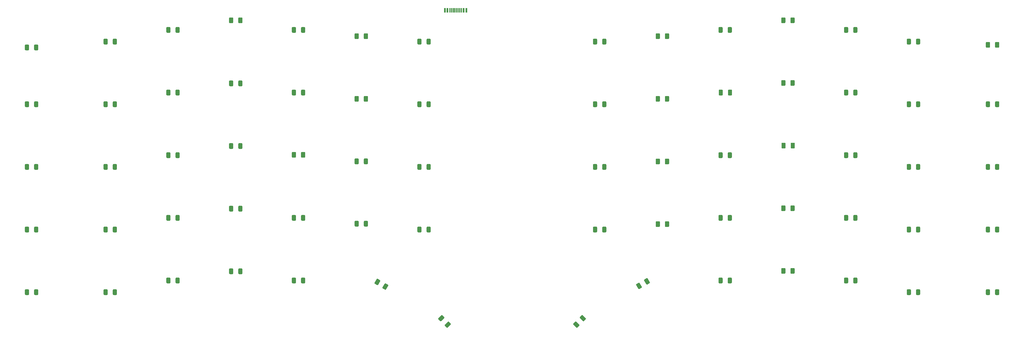
<source format=gbr>
%TF.GenerationSoftware,KiCad,Pcbnew,(5.1.10)-1*%
%TF.CreationDate,2021-09-02T18:22:41+02:00*%
%TF.ProjectId,T1,54312e6b-6963-4616-945f-706362585858,1.1*%
%TF.SameCoordinates,Original*%
%TF.FileFunction,Paste,Top*%
%TF.FilePolarity,Positive*%
%FSLAX46Y46*%
G04 Gerber Fmt 4.6, Leading zero omitted, Abs format (unit mm)*
G04 Created by KiCad (PCBNEW (5.1.10)-1) date 2021-09-02 18:22:41*
%MOMM*%
%LPD*%
G01*
G04 APERTURE LIST*
%ADD10R,0.600000X1.450000*%
%ADD11R,0.300000X1.450000*%
G04 APERTURE END LIST*
%TO.C,D68*%
G36*
G01*
X294754000Y-85131750D02*
X294754000Y-86381750D01*
G75*
G02*
X294504000Y-86631750I-250000J0D01*
G01*
X293754000Y-86631750D01*
G75*
G02*
X293504000Y-86381750I0J250000D01*
G01*
X293504000Y-85131750D01*
G75*
G02*
X293754000Y-84881750I250000J0D01*
G01*
X294504000Y-84881750D01*
G75*
G02*
X294754000Y-85131750I0J-250000D01*
G01*
G37*
G36*
G01*
X297554000Y-85131750D02*
X297554000Y-86381750D01*
G75*
G02*
X297304000Y-86631750I-250000J0D01*
G01*
X296554000Y-86631750D01*
G75*
G02*
X296304000Y-86381750I0J250000D01*
G01*
X296304000Y-85131750D01*
G75*
G02*
X296554000Y-84881750I250000J0D01*
G01*
X297304000Y-84881750D01*
G75*
G02*
X297554000Y-85131750I0J-250000D01*
G01*
G37*
%TD*%
%TO.C,D60*%
G36*
G01*
X251698000Y-119675750D02*
X251698000Y-120925750D01*
G75*
G02*
X251448000Y-121175750I-250000J0D01*
G01*
X250698000Y-121175750D01*
G75*
G02*
X250448000Y-120925750I0J250000D01*
G01*
X250448000Y-119675750D01*
G75*
G02*
X250698000Y-119425750I250000J0D01*
G01*
X251448000Y-119425750D01*
G75*
G02*
X251698000Y-119675750I0J-250000D01*
G01*
G37*
G36*
G01*
X254498000Y-119675750D02*
X254498000Y-120925750D01*
G75*
G02*
X254248000Y-121175750I-250000J0D01*
G01*
X253498000Y-121175750D01*
G75*
G02*
X253248000Y-120925750I0J250000D01*
G01*
X253248000Y-119675750D01*
G75*
G02*
X253498000Y-119425750I250000J0D01*
G01*
X254248000Y-119425750D01*
G75*
G02*
X254498000Y-119675750I0J-250000D01*
G01*
G37*
%TD*%
%TO.C,D45*%
G36*
G01*
X188430894Y-121100984D02*
X189055894Y-122183516D01*
G75*
G02*
X188964388Y-122525022I-216506J-125000D01*
G01*
X188314868Y-122900022D01*
G75*
G02*
X187973362Y-122808516I-125000J216506D01*
G01*
X187348362Y-121725984D01*
G75*
G02*
X187439868Y-121384478I216506J125000D01*
G01*
X188089388Y-121009478D01*
G75*
G02*
X188430894Y-121100984I125000J-216506D01*
G01*
G37*
G36*
G01*
X190855766Y-119700984D02*
X191480766Y-120783516D01*
G75*
G02*
X191389260Y-121125022I-216506J-125000D01*
G01*
X190739740Y-121500022D01*
G75*
G02*
X190398234Y-121408516I-125000J216506D01*
G01*
X189773234Y-120325984D01*
G75*
G02*
X189864740Y-119984478I216506J125000D01*
G01*
X190514260Y-119609478D01*
G75*
G02*
X190855766Y-119700984I125000J-216506D01*
G01*
G37*
%TD*%
D10*
%TO.C,J1*%
X129306250Y-38176250D03*
X130106250Y-38176250D03*
X135006250Y-38176250D03*
X135806250Y-38176250D03*
X135806250Y-38176250D03*
X135006250Y-38176250D03*
X130106250Y-38176250D03*
X129306250Y-38176250D03*
D11*
X134306250Y-38176250D03*
X133806250Y-38176250D03*
X133306250Y-38176250D03*
X132306250Y-38176250D03*
X131806250Y-38176250D03*
X131306250Y-38176250D03*
X130806250Y-38176250D03*
X132806250Y-38176250D03*
%TD*%
%TO.C,D70*%
G36*
G01*
X294754000Y-123231750D02*
X294754000Y-124481750D01*
G75*
G02*
X294504000Y-124731750I-250000J0D01*
G01*
X293754000Y-124731750D01*
G75*
G02*
X293504000Y-124481750I0J250000D01*
G01*
X293504000Y-123231750D01*
G75*
G02*
X293754000Y-122981750I250000J0D01*
G01*
X294504000Y-122981750D01*
G75*
G02*
X294754000Y-123231750I0J-250000D01*
G01*
G37*
G36*
G01*
X297554000Y-123231750D02*
X297554000Y-124481750D01*
G75*
G02*
X297304000Y-124731750I-250000J0D01*
G01*
X296554000Y-124731750D01*
G75*
G02*
X296304000Y-124481750I0J250000D01*
G01*
X296304000Y-123231750D01*
G75*
G02*
X296554000Y-122981750I250000J0D01*
G01*
X297304000Y-122981750D01*
G75*
G02*
X297554000Y-123231750I0J-250000D01*
G01*
G37*
%TD*%
%TO.C,D69*%
G36*
G01*
X294754000Y-104181750D02*
X294754000Y-105431750D01*
G75*
G02*
X294504000Y-105681750I-250000J0D01*
G01*
X293754000Y-105681750D01*
G75*
G02*
X293504000Y-105431750I0J250000D01*
G01*
X293504000Y-104181750D01*
G75*
G02*
X293754000Y-103931750I250000J0D01*
G01*
X294504000Y-103931750D01*
G75*
G02*
X294754000Y-104181750I0J-250000D01*
G01*
G37*
G36*
G01*
X297554000Y-104181750D02*
X297554000Y-105431750D01*
G75*
G02*
X297304000Y-105681750I-250000J0D01*
G01*
X296554000Y-105681750D01*
G75*
G02*
X296304000Y-105431750I0J250000D01*
G01*
X296304000Y-104181750D01*
G75*
G02*
X296554000Y-103931750I250000J0D01*
G01*
X297304000Y-103931750D01*
G75*
G02*
X297554000Y-104181750I0J-250000D01*
G01*
G37*
%TD*%
%TO.C,D67*%
G36*
G01*
X294754000Y-66081750D02*
X294754000Y-67331750D01*
G75*
G02*
X294504000Y-67581750I-250000J0D01*
G01*
X293754000Y-67581750D01*
G75*
G02*
X293504000Y-67331750I0J250000D01*
G01*
X293504000Y-66081750D01*
G75*
G02*
X293754000Y-65831750I250000J0D01*
G01*
X294504000Y-65831750D01*
G75*
G02*
X294754000Y-66081750I0J-250000D01*
G01*
G37*
G36*
G01*
X297554000Y-66081750D02*
X297554000Y-67331750D01*
G75*
G02*
X297304000Y-67581750I-250000J0D01*
G01*
X296554000Y-67581750D01*
G75*
G02*
X296304000Y-67331750I0J250000D01*
G01*
X296304000Y-66081750D01*
G75*
G02*
X296554000Y-65831750I250000J0D01*
G01*
X297304000Y-65831750D01*
G75*
G02*
X297554000Y-66081750I0J-250000D01*
G01*
G37*
%TD*%
%TO.C,D66*%
G36*
G01*
X294754000Y-48016000D02*
X294754000Y-49266000D01*
G75*
G02*
X294504000Y-49516000I-250000J0D01*
G01*
X293754000Y-49516000D01*
G75*
G02*
X293504000Y-49266000I0J250000D01*
G01*
X293504000Y-48016000D01*
G75*
G02*
X293754000Y-47766000I250000J0D01*
G01*
X294504000Y-47766000D01*
G75*
G02*
X294754000Y-48016000I0J-250000D01*
G01*
G37*
G36*
G01*
X297554000Y-48016000D02*
X297554000Y-49266000D01*
G75*
G02*
X297304000Y-49516000I-250000J0D01*
G01*
X296554000Y-49516000D01*
G75*
G02*
X296304000Y-49266000I0J250000D01*
G01*
X296304000Y-48016000D01*
G75*
G02*
X296554000Y-47766000I250000J0D01*
G01*
X297304000Y-47766000D01*
G75*
G02*
X297554000Y-48016000I0J-250000D01*
G01*
G37*
%TD*%
%TO.C,D65*%
G36*
G01*
X270751000Y-123231750D02*
X270751000Y-124481750D01*
G75*
G02*
X270501000Y-124731750I-250000J0D01*
G01*
X269751000Y-124731750D01*
G75*
G02*
X269501000Y-124481750I0J250000D01*
G01*
X269501000Y-123231750D01*
G75*
G02*
X269751000Y-122981750I250000J0D01*
G01*
X270501000Y-122981750D01*
G75*
G02*
X270751000Y-123231750I0J-250000D01*
G01*
G37*
G36*
G01*
X273551000Y-123231750D02*
X273551000Y-124481750D01*
G75*
G02*
X273301000Y-124731750I-250000J0D01*
G01*
X272551000Y-124731750D01*
G75*
G02*
X272301000Y-124481750I0J250000D01*
G01*
X272301000Y-123231750D01*
G75*
G02*
X272551000Y-122981750I250000J0D01*
G01*
X273301000Y-122981750D01*
G75*
G02*
X273551000Y-123231750I0J-250000D01*
G01*
G37*
%TD*%
%TO.C,D64*%
G36*
G01*
X270751000Y-104181750D02*
X270751000Y-105431750D01*
G75*
G02*
X270501000Y-105681750I-250000J0D01*
G01*
X269751000Y-105681750D01*
G75*
G02*
X269501000Y-105431750I0J250000D01*
G01*
X269501000Y-104181750D01*
G75*
G02*
X269751000Y-103931750I250000J0D01*
G01*
X270501000Y-103931750D01*
G75*
G02*
X270751000Y-104181750I0J-250000D01*
G01*
G37*
G36*
G01*
X273551000Y-104181750D02*
X273551000Y-105431750D01*
G75*
G02*
X273301000Y-105681750I-250000J0D01*
G01*
X272551000Y-105681750D01*
G75*
G02*
X272301000Y-105431750I0J250000D01*
G01*
X272301000Y-104181750D01*
G75*
G02*
X272551000Y-103931750I250000J0D01*
G01*
X273301000Y-103931750D01*
G75*
G02*
X273551000Y-104181750I0J-250000D01*
G01*
G37*
%TD*%
%TO.C,D63*%
G36*
G01*
X270748000Y-85131750D02*
X270748000Y-86381750D01*
G75*
G02*
X270498000Y-86631750I-250000J0D01*
G01*
X269748000Y-86631750D01*
G75*
G02*
X269498000Y-86381750I0J250000D01*
G01*
X269498000Y-85131750D01*
G75*
G02*
X269748000Y-84881750I250000J0D01*
G01*
X270498000Y-84881750D01*
G75*
G02*
X270748000Y-85131750I0J-250000D01*
G01*
G37*
G36*
G01*
X273548000Y-85131750D02*
X273548000Y-86381750D01*
G75*
G02*
X273298000Y-86631750I-250000J0D01*
G01*
X272548000Y-86631750D01*
G75*
G02*
X272298000Y-86381750I0J250000D01*
G01*
X272298000Y-85131750D01*
G75*
G02*
X272548000Y-84881750I250000J0D01*
G01*
X273298000Y-84881750D01*
G75*
G02*
X273548000Y-85131750I0J-250000D01*
G01*
G37*
%TD*%
%TO.C,D62*%
G36*
G01*
X270751000Y-66081750D02*
X270751000Y-67331750D01*
G75*
G02*
X270501000Y-67581750I-250000J0D01*
G01*
X269751000Y-67581750D01*
G75*
G02*
X269501000Y-67331750I0J250000D01*
G01*
X269501000Y-66081750D01*
G75*
G02*
X269751000Y-65831750I250000J0D01*
G01*
X270501000Y-65831750D01*
G75*
G02*
X270751000Y-66081750I0J-250000D01*
G01*
G37*
G36*
G01*
X273551000Y-66081750D02*
X273551000Y-67331750D01*
G75*
G02*
X273301000Y-67581750I-250000J0D01*
G01*
X272551000Y-67581750D01*
G75*
G02*
X272301000Y-67331750I0J250000D01*
G01*
X272301000Y-66081750D01*
G75*
G02*
X272551000Y-65831750I250000J0D01*
G01*
X273301000Y-65831750D01*
G75*
G02*
X273551000Y-66081750I0J-250000D01*
G01*
G37*
%TD*%
%TO.C,D61*%
G36*
G01*
X270751000Y-47031750D02*
X270751000Y-48281750D01*
G75*
G02*
X270501000Y-48531750I-250000J0D01*
G01*
X269751000Y-48531750D01*
G75*
G02*
X269501000Y-48281750I0J250000D01*
G01*
X269501000Y-47031750D01*
G75*
G02*
X269751000Y-46781750I250000J0D01*
G01*
X270501000Y-46781750D01*
G75*
G02*
X270751000Y-47031750I0J-250000D01*
G01*
G37*
G36*
G01*
X273551000Y-47031750D02*
X273551000Y-48281750D01*
G75*
G02*
X273301000Y-48531750I-250000J0D01*
G01*
X272551000Y-48531750D01*
G75*
G02*
X272301000Y-48281750I0J250000D01*
G01*
X272301000Y-47031750D01*
G75*
G02*
X272551000Y-46781750I250000J0D01*
G01*
X273301000Y-46781750D01*
G75*
G02*
X273551000Y-47031750I0J-250000D01*
G01*
G37*
%TD*%
%TO.C,D59*%
G36*
G01*
X251701000Y-100625750D02*
X251701000Y-101875750D01*
G75*
G02*
X251451000Y-102125750I-250000J0D01*
G01*
X250701000Y-102125750D01*
G75*
G02*
X250451000Y-101875750I0J250000D01*
G01*
X250451000Y-100625750D01*
G75*
G02*
X250701000Y-100375750I250000J0D01*
G01*
X251451000Y-100375750D01*
G75*
G02*
X251701000Y-100625750I0J-250000D01*
G01*
G37*
G36*
G01*
X254501000Y-100625750D02*
X254501000Y-101875750D01*
G75*
G02*
X254251000Y-102125750I-250000J0D01*
G01*
X253501000Y-102125750D01*
G75*
G02*
X253251000Y-101875750I0J250000D01*
G01*
X253251000Y-100625750D01*
G75*
G02*
X253501000Y-100375750I250000J0D01*
G01*
X254251000Y-100375750D01*
G75*
G02*
X254501000Y-100625750I0J-250000D01*
G01*
G37*
%TD*%
%TO.C,D58*%
G36*
G01*
X251701000Y-81575750D02*
X251701000Y-82825750D01*
G75*
G02*
X251451000Y-83075750I-250000J0D01*
G01*
X250701000Y-83075750D01*
G75*
G02*
X250451000Y-82825750I0J250000D01*
G01*
X250451000Y-81575750D01*
G75*
G02*
X250701000Y-81325750I250000J0D01*
G01*
X251451000Y-81325750D01*
G75*
G02*
X251701000Y-81575750I0J-250000D01*
G01*
G37*
G36*
G01*
X254501000Y-81575750D02*
X254501000Y-82825750D01*
G75*
G02*
X254251000Y-83075750I-250000J0D01*
G01*
X253501000Y-83075750D01*
G75*
G02*
X253251000Y-82825750I0J250000D01*
G01*
X253251000Y-81575750D01*
G75*
G02*
X253501000Y-81325750I250000J0D01*
G01*
X254251000Y-81325750D01*
G75*
G02*
X254501000Y-81575750I0J-250000D01*
G01*
G37*
%TD*%
%TO.C,D57*%
G36*
G01*
X251701000Y-62525750D02*
X251701000Y-63775750D01*
G75*
G02*
X251451000Y-64025750I-250000J0D01*
G01*
X250701000Y-64025750D01*
G75*
G02*
X250451000Y-63775750I0J250000D01*
G01*
X250451000Y-62525750D01*
G75*
G02*
X250701000Y-62275750I250000J0D01*
G01*
X251451000Y-62275750D01*
G75*
G02*
X251701000Y-62525750I0J-250000D01*
G01*
G37*
G36*
G01*
X254501000Y-62525750D02*
X254501000Y-63775750D01*
G75*
G02*
X254251000Y-64025750I-250000J0D01*
G01*
X253501000Y-64025750D01*
G75*
G02*
X253251000Y-63775750I0J250000D01*
G01*
X253251000Y-62525750D01*
G75*
G02*
X253501000Y-62275750I250000J0D01*
G01*
X254251000Y-62275750D01*
G75*
G02*
X254501000Y-62525750I0J-250000D01*
G01*
G37*
%TD*%
%TO.C,D56*%
G36*
G01*
X251701000Y-43475750D02*
X251701000Y-44725750D01*
G75*
G02*
X251451000Y-44975750I-250000J0D01*
G01*
X250701000Y-44975750D01*
G75*
G02*
X250451000Y-44725750I0J250000D01*
G01*
X250451000Y-43475750D01*
G75*
G02*
X250701000Y-43225750I250000J0D01*
G01*
X251451000Y-43225750D01*
G75*
G02*
X251701000Y-43475750I0J-250000D01*
G01*
G37*
G36*
G01*
X254501000Y-43475750D02*
X254501000Y-44725750D01*
G75*
G02*
X254251000Y-44975750I-250000J0D01*
G01*
X253501000Y-44975750D01*
G75*
G02*
X253251000Y-44725750I0J250000D01*
G01*
X253251000Y-43475750D01*
G75*
G02*
X253501000Y-43225750I250000J0D01*
G01*
X254251000Y-43225750D01*
G75*
G02*
X254501000Y-43475750I0J-250000D01*
G01*
G37*
%TD*%
%TO.C,D55*%
G36*
G01*
X232651000Y-116754750D02*
X232651000Y-118004750D01*
G75*
G02*
X232401000Y-118254750I-250000J0D01*
G01*
X231651000Y-118254750D01*
G75*
G02*
X231401000Y-118004750I0J250000D01*
G01*
X231401000Y-116754750D01*
G75*
G02*
X231651000Y-116504750I250000J0D01*
G01*
X232401000Y-116504750D01*
G75*
G02*
X232651000Y-116754750I0J-250000D01*
G01*
G37*
G36*
G01*
X235451000Y-116754750D02*
X235451000Y-118004750D01*
G75*
G02*
X235201000Y-118254750I-250000J0D01*
G01*
X234451000Y-118254750D01*
G75*
G02*
X234201000Y-118004750I0J250000D01*
G01*
X234201000Y-116754750D01*
G75*
G02*
X234451000Y-116504750I250000J0D01*
G01*
X235201000Y-116504750D01*
G75*
G02*
X235451000Y-116754750I0J-250000D01*
G01*
G37*
%TD*%
%TO.C,D54*%
G36*
G01*
X232651000Y-97704750D02*
X232651000Y-98954750D01*
G75*
G02*
X232401000Y-99204750I-250000J0D01*
G01*
X231651000Y-99204750D01*
G75*
G02*
X231401000Y-98954750I0J250000D01*
G01*
X231401000Y-97704750D01*
G75*
G02*
X231651000Y-97454750I250000J0D01*
G01*
X232401000Y-97454750D01*
G75*
G02*
X232651000Y-97704750I0J-250000D01*
G01*
G37*
G36*
G01*
X235451000Y-97704750D02*
X235451000Y-98954750D01*
G75*
G02*
X235201000Y-99204750I-250000J0D01*
G01*
X234451000Y-99204750D01*
G75*
G02*
X234201000Y-98954750I0J250000D01*
G01*
X234201000Y-97704750D01*
G75*
G02*
X234451000Y-97454750I250000J0D01*
G01*
X235201000Y-97454750D01*
G75*
G02*
X235451000Y-97704750I0J-250000D01*
G01*
G37*
%TD*%
%TO.C,D53*%
G36*
G01*
X232711500Y-78654750D02*
X232711500Y-79904750D01*
G75*
G02*
X232461500Y-80154750I-250000J0D01*
G01*
X231711500Y-80154750D01*
G75*
G02*
X231461500Y-79904750I0J250000D01*
G01*
X231461500Y-78654750D01*
G75*
G02*
X231711500Y-78404750I250000J0D01*
G01*
X232461500Y-78404750D01*
G75*
G02*
X232711500Y-78654750I0J-250000D01*
G01*
G37*
G36*
G01*
X235511500Y-78654750D02*
X235511500Y-79904750D01*
G75*
G02*
X235261500Y-80154750I-250000J0D01*
G01*
X234511500Y-80154750D01*
G75*
G02*
X234261500Y-79904750I0J250000D01*
G01*
X234261500Y-78654750D01*
G75*
G02*
X234511500Y-78404750I250000J0D01*
G01*
X235261500Y-78404750D01*
G75*
G02*
X235511500Y-78654750I0J-250000D01*
G01*
G37*
%TD*%
%TO.C,D52*%
G36*
G01*
X232651000Y-59604750D02*
X232651000Y-60854750D01*
G75*
G02*
X232401000Y-61104750I-250000J0D01*
G01*
X231651000Y-61104750D01*
G75*
G02*
X231401000Y-60854750I0J250000D01*
G01*
X231401000Y-59604750D01*
G75*
G02*
X231651000Y-59354750I250000J0D01*
G01*
X232401000Y-59354750D01*
G75*
G02*
X232651000Y-59604750I0J-250000D01*
G01*
G37*
G36*
G01*
X235451000Y-59604750D02*
X235451000Y-60854750D01*
G75*
G02*
X235201000Y-61104750I-250000J0D01*
G01*
X234451000Y-61104750D01*
G75*
G02*
X234201000Y-60854750I0J250000D01*
G01*
X234201000Y-59604750D01*
G75*
G02*
X234451000Y-59354750I250000J0D01*
G01*
X235201000Y-59354750D01*
G75*
G02*
X235451000Y-59604750I0J-250000D01*
G01*
G37*
%TD*%
%TO.C,D51*%
G36*
G01*
X232648000Y-40554750D02*
X232648000Y-41804750D01*
G75*
G02*
X232398000Y-42054750I-250000J0D01*
G01*
X231648000Y-42054750D01*
G75*
G02*
X231398000Y-41804750I0J250000D01*
G01*
X231398000Y-40554750D01*
G75*
G02*
X231648000Y-40304750I250000J0D01*
G01*
X232398000Y-40304750D01*
G75*
G02*
X232648000Y-40554750I0J-250000D01*
G01*
G37*
G36*
G01*
X235448000Y-40554750D02*
X235448000Y-41804750D01*
G75*
G02*
X235198000Y-42054750I-250000J0D01*
G01*
X234448000Y-42054750D01*
G75*
G02*
X234198000Y-41804750I0J250000D01*
G01*
X234198000Y-40554750D01*
G75*
G02*
X234448000Y-40304750I250000J0D01*
G01*
X235198000Y-40304750D01*
G75*
G02*
X235448000Y-40554750I0J-250000D01*
G01*
G37*
%TD*%
%TO.C,D50*%
G36*
G01*
X213601000Y-119675750D02*
X213601000Y-120925750D01*
G75*
G02*
X213351000Y-121175750I-250000J0D01*
G01*
X212601000Y-121175750D01*
G75*
G02*
X212351000Y-120925750I0J250000D01*
G01*
X212351000Y-119675750D01*
G75*
G02*
X212601000Y-119425750I250000J0D01*
G01*
X213351000Y-119425750D01*
G75*
G02*
X213601000Y-119675750I0J-250000D01*
G01*
G37*
G36*
G01*
X216401000Y-119675750D02*
X216401000Y-120925750D01*
G75*
G02*
X216151000Y-121175750I-250000J0D01*
G01*
X215401000Y-121175750D01*
G75*
G02*
X215151000Y-120925750I0J250000D01*
G01*
X215151000Y-119675750D01*
G75*
G02*
X215401000Y-119425750I250000J0D01*
G01*
X216151000Y-119425750D01*
G75*
G02*
X216401000Y-119675750I0J-250000D01*
G01*
G37*
%TD*%
%TO.C,D49*%
G36*
G01*
X213601000Y-100625750D02*
X213601000Y-101875750D01*
G75*
G02*
X213351000Y-102125750I-250000J0D01*
G01*
X212601000Y-102125750D01*
G75*
G02*
X212351000Y-101875750I0J250000D01*
G01*
X212351000Y-100625750D01*
G75*
G02*
X212601000Y-100375750I250000J0D01*
G01*
X213351000Y-100375750D01*
G75*
G02*
X213601000Y-100625750I0J-250000D01*
G01*
G37*
G36*
G01*
X216401000Y-100625750D02*
X216401000Y-101875750D01*
G75*
G02*
X216151000Y-102125750I-250000J0D01*
G01*
X215401000Y-102125750D01*
G75*
G02*
X215151000Y-101875750I0J250000D01*
G01*
X215151000Y-100625750D01*
G75*
G02*
X215401000Y-100375750I250000J0D01*
G01*
X216151000Y-100375750D01*
G75*
G02*
X216401000Y-100625750I0J-250000D01*
G01*
G37*
%TD*%
%TO.C,D48*%
G36*
G01*
X213601000Y-81575750D02*
X213601000Y-82825750D01*
G75*
G02*
X213351000Y-83075750I-250000J0D01*
G01*
X212601000Y-83075750D01*
G75*
G02*
X212351000Y-82825750I0J250000D01*
G01*
X212351000Y-81575750D01*
G75*
G02*
X212601000Y-81325750I250000J0D01*
G01*
X213351000Y-81325750D01*
G75*
G02*
X213601000Y-81575750I0J-250000D01*
G01*
G37*
G36*
G01*
X216401000Y-81575750D02*
X216401000Y-82825750D01*
G75*
G02*
X216151000Y-83075750I-250000J0D01*
G01*
X215401000Y-83075750D01*
G75*
G02*
X215151000Y-82825750I0J250000D01*
G01*
X215151000Y-81575750D01*
G75*
G02*
X215401000Y-81325750I250000J0D01*
G01*
X216151000Y-81325750D01*
G75*
G02*
X216401000Y-81575750I0J-250000D01*
G01*
G37*
%TD*%
%TO.C,D47*%
G36*
G01*
X213664500Y-62525750D02*
X213664500Y-63775750D01*
G75*
G02*
X213414500Y-64025750I-250000J0D01*
G01*
X212664500Y-64025750D01*
G75*
G02*
X212414500Y-63775750I0J250000D01*
G01*
X212414500Y-62525750D01*
G75*
G02*
X212664500Y-62275750I250000J0D01*
G01*
X213414500Y-62275750D01*
G75*
G02*
X213664500Y-62525750I0J-250000D01*
G01*
G37*
G36*
G01*
X216464500Y-62525750D02*
X216464500Y-63775750D01*
G75*
G02*
X216214500Y-64025750I-250000J0D01*
G01*
X215464500Y-64025750D01*
G75*
G02*
X215214500Y-63775750I0J250000D01*
G01*
X215214500Y-62525750D01*
G75*
G02*
X215464500Y-62275750I250000J0D01*
G01*
X216214500Y-62275750D01*
G75*
G02*
X216464500Y-62525750I0J-250000D01*
G01*
G37*
%TD*%
%TO.C,D46*%
G36*
G01*
X213601000Y-43475750D02*
X213601000Y-44725750D01*
G75*
G02*
X213351000Y-44975750I-250000J0D01*
G01*
X212601000Y-44975750D01*
G75*
G02*
X212351000Y-44725750I0J250000D01*
G01*
X212351000Y-43475750D01*
G75*
G02*
X212601000Y-43225750I250000J0D01*
G01*
X213351000Y-43225750D01*
G75*
G02*
X213601000Y-43475750I0J-250000D01*
G01*
G37*
G36*
G01*
X216401000Y-43475750D02*
X216401000Y-44725750D01*
G75*
G02*
X216151000Y-44975750I-250000J0D01*
G01*
X215401000Y-44975750D01*
G75*
G02*
X215151000Y-44725750I0J250000D01*
G01*
X215151000Y-43475750D01*
G75*
G02*
X215401000Y-43225750I250000J0D01*
G01*
X216151000Y-43225750D01*
G75*
G02*
X216401000Y-43475750I0J-250000D01*
G01*
G37*
%TD*%
%TO.C,D44*%
G36*
G01*
X194551000Y-102530750D02*
X194551000Y-103780750D01*
G75*
G02*
X194301000Y-104030750I-250000J0D01*
G01*
X193551000Y-104030750D01*
G75*
G02*
X193301000Y-103780750I0J250000D01*
G01*
X193301000Y-102530750D01*
G75*
G02*
X193551000Y-102280750I250000J0D01*
G01*
X194301000Y-102280750D01*
G75*
G02*
X194551000Y-102530750I0J-250000D01*
G01*
G37*
G36*
G01*
X197351000Y-102530750D02*
X197351000Y-103780750D01*
G75*
G02*
X197101000Y-104030750I-250000J0D01*
G01*
X196351000Y-104030750D01*
G75*
G02*
X196101000Y-103780750I0J250000D01*
G01*
X196101000Y-102530750D01*
G75*
G02*
X196351000Y-102280750I250000J0D01*
G01*
X197101000Y-102280750D01*
G75*
G02*
X197351000Y-102530750I0J-250000D01*
G01*
G37*
%TD*%
%TO.C,D43*%
G36*
G01*
X194551000Y-83480750D02*
X194551000Y-84730750D01*
G75*
G02*
X194301000Y-84980750I-250000J0D01*
G01*
X193551000Y-84980750D01*
G75*
G02*
X193301000Y-84730750I0J250000D01*
G01*
X193301000Y-83480750D01*
G75*
G02*
X193551000Y-83230750I250000J0D01*
G01*
X194301000Y-83230750D01*
G75*
G02*
X194551000Y-83480750I0J-250000D01*
G01*
G37*
G36*
G01*
X197351000Y-83480750D02*
X197351000Y-84730750D01*
G75*
G02*
X197101000Y-84980750I-250000J0D01*
G01*
X196351000Y-84980750D01*
G75*
G02*
X196101000Y-84730750I0J250000D01*
G01*
X196101000Y-83480750D01*
G75*
G02*
X196351000Y-83230750I250000J0D01*
G01*
X197101000Y-83230750D01*
G75*
G02*
X197351000Y-83480750I0J-250000D01*
G01*
G37*
%TD*%
%TO.C,D42*%
G36*
G01*
X194551000Y-64430750D02*
X194551000Y-65680750D01*
G75*
G02*
X194301000Y-65930750I-250000J0D01*
G01*
X193551000Y-65930750D01*
G75*
G02*
X193301000Y-65680750I0J250000D01*
G01*
X193301000Y-64430750D01*
G75*
G02*
X193551000Y-64180750I250000J0D01*
G01*
X194301000Y-64180750D01*
G75*
G02*
X194551000Y-64430750I0J-250000D01*
G01*
G37*
G36*
G01*
X197351000Y-64430750D02*
X197351000Y-65680750D01*
G75*
G02*
X197101000Y-65930750I-250000J0D01*
G01*
X196351000Y-65930750D01*
G75*
G02*
X196101000Y-65680750I0J250000D01*
G01*
X196101000Y-64430750D01*
G75*
G02*
X196351000Y-64180750I250000J0D01*
G01*
X197101000Y-64180750D01*
G75*
G02*
X197351000Y-64430750I0J-250000D01*
G01*
G37*
%TD*%
%TO.C,D41*%
G36*
G01*
X194551000Y-45380750D02*
X194551000Y-46630750D01*
G75*
G02*
X194301000Y-46880750I-250000J0D01*
G01*
X193551000Y-46880750D01*
G75*
G02*
X193301000Y-46630750I0J250000D01*
G01*
X193301000Y-45380750D01*
G75*
G02*
X193551000Y-45130750I250000J0D01*
G01*
X194301000Y-45130750D01*
G75*
G02*
X194551000Y-45380750I0J-250000D01*
G01*
G37*
G36*
G01*
X197351000Y-45380750D02*
X197351000Y-46630750D01*
G75*
G02*
X197101000Y-46880750I-250000J0D01*
G01*
X196351000Y-46880750D01*
G75*
G02*
X196101000Y-46630750I0J250000D01*
G01*
X196101000Y-45380750D01*
G75*
G02*
X196351000Y-45130750I250000J0D01*
G01*
X197101000Y-45130750D01*
G75*
G02*
X197351000Y-45380750I0J-250000D01*
G01*
G37*
%TD*%
%TO.C,D40*%
G36*
G01*
X169190051Y-132852815D02*
X170073935Y-133736699D01*
G75*
G02*
X170073935Y-134090253I-176777J-176777D01*
G01*
X169543605Y-134620583D01*
G75*
G02*
X169190051Y-134620583I-176777J176777D01*
G01*
X168306167Y-133736699D01*
G75*
G02*
X168306167Y-133383145I176777J176777D01*
G01*
X168836497Y-132852815D01*
G75*
G02*
X169190051Y-132852815I176777J-176777D01*
G01*
G37*
G36*
G01*
X171169949Y-130872917D02*
X172053833Y-131756801D01*
G75*
G02*
X172053833Y-132110355I-176777J-176777D01*
G01*
X171523503Y-132640685D01*
G75*
G02*
X171169949Y-132640685I-176777J176777D01*
G01*
X170286065Y-131756801D01*
G75*
G02*
X170286065Y-131403247I176777J176777D01*
G01*
X170816395Y-130872917D01*
G75*
G02*
X171169949Y-130872917I176777J-176777D01*
G01*
G37*
%TD*%
%TO.C,D39*%
G36*
G01*
X175501000Y-104181750D02*
X175501000Y-105431750D01*
G75*
G02*
X175251000Y-105681750I-250000J0D01*
G01*
X174501000Y-105681750D01*
G75*
G02*
X174251000Y-105431750I0J250000D01*
G01*
X174251000Y-104181750D01*
G75*
G02*
X174501000Y-103931750I250000J0D01*
G01*
X175251000Y-103931750D01*
G75*
G02*
X175501000Y-104181750I0J-250000D01*
G01*
G37*
G36*
G01*
X178301000Y-104181750D02*
X178301000Y-105431750D01*
G75*
G02*
X178051000Y-105681750I-250000J0D01*
G01*
X177301000Y-105681750D01*
G75*
G02*
X177051000Y-105431750I0J250000D01*
G01*
X177051000Y-104181750D01*
G75*
G02*
X177301000Y-103931750I250000J0D01*
G01*
X178051000Y-103931750D01*
G75*
G02*
X178301000Y-104181750I0J-250000D01*
G01*
G37*
%TD*%
%TO.C,D38*%
G36*
G01*
X175501000Y-85131750D02*
X175501000Y-86381750D01*
G75*
G02*
X175251000Y-86631750I-250000J0D01*
G01*
X174501000Y-86631750D01*
G75*
G02*
X174251000Y-86381750I0J250000D01*
G01*
X174251000Y-85131750D01*
G75*
G02*
X174501000Y-84881750I250000J0D01*
G01*
X175251000Y-84881750D01*
G75*
G02*
X175501000Y-85131750I0J-250000D01*
G01*
G37*
G36*
G01*
X178301000Y-85131750D02*
X178301000Y-86381750D01*
G75*
G02*
X178051000Y-86631750I-250000J0D01*
G01*
X177301000Y-86631750D01*
G75*
G02*
X177051000Y-86381750I0J250000D01*
G01*
X177051000Y-85131750D01*
G75*
G02*
X177301000Y-84881750I250000J0D01*
G01*
X178051000Y-84881750D01*
G75*
G02*
X178301000Y-85131750I0J-250000D01*
G01*
G37*
%TD*%
%TO.C,D37*%
G36*
G01*
X175501000Y-66081750D02*
X175501000Y-67331750D01*
G75*
G02*
X175251000Y-67581750I-250000J0D01*
G01*
X174501000Y-67581750D01*
G75*
G02*
X174251000Y-67331750I0J250000D01*
G01*
X174251000Y-66081750D01*
G75*
G02*
X174501000Y-65831750I250000J0D01*
G01*
X175251000Y-65831750D01*
G75*
G02*
X175501000Y-66081750I0J-250000D01*
G01*
G37*
G36*
G01*
X178301000Y-66081750D02*
X178301000Y-67331750D01*
G75*
G02*
X178051000Y-67581750I-250000J0D01*
G01*
X177301000Y-67581750D01*
G75*
G02*
X177051000Y-67331750I0J250000D01*
G01*
X177051000Y-66081750D01*
G75*
G02*
X177301000Y-65831750I250000J0D01*
G01*
X178051000Y-65831750D01*
G75*
G02*
X178301000Y-66081750I0J-250000D01*
G01*
G37*
%TD*%
%TO.C,D36*%
G36*
G01*
X175501000Y-47031750D02*
X175501000Y-48281750D01*
G75*
G02*
X175251000Y-48531750I-250000J0D01*
G01*
X174501000Y-48531750D01*
G75*
G02*
X174251000Y-48281750I0J250000D01*
G01*
X174251000Y-47031750D01*
G75*
G02*
X174501000Y-46781750I250000J0D01*
G01*
X175251000Y-46781750D01*
G75*
G02*
X175501000Y-47031750I0J-250000D01*
G01*
G37*
G36*
G01*
X178301000Y-47031750D02*
X178301000Y-48281750D01*
G75*
G02*
X178051000Y-48531750I-250000J0D01*
G01*
X177301000Y-48531750D01*
G75*
G02*
X177051000Y-48281750I0J250000D01*
G01*
X177051000Y-47031750D01*
G75*
G02*
X177301000Y-46781750I250000J0D01*
G01*
X178051000Y-46781750D01*
G75*
G02*
X178301000Y-47031750I0J-250000D01*
G01*
G37*
%TD*%
%TO.C,D35*%
G36*
G01*
X129296815Y-133736699D02*
X130180699Y-132852815D01*
G75*
G02*
X130534253Y-132852815I176777J-176777D01*
G01*
X131064583Y-133383145D01*
G75*
G02*
X131064583Y-133736699I-176777J-176777D01*
G01*
X130180699Y-134620583D01*
G75*
G02*
X129827145Y-134620583I-176777J176777D01*
G01*
X129296815Y-134090253D01*
G75*
G02*
X129296815Y-133736699I176777J176777D01*
G01*
G37*
G36*
G01*
X127316917Y-131756801D02*
X128200801Y-130872917D01*
G75*
G02*
X128554355Y-130872917I176777J-176777D01*
G01*
X129084685Y-131403247D01*
G75*
G02*
X129084685Y-131756801I-176777J-176777D01*
G01*
X128200801Y-132640685D01*
G75*
G02*
X127847247Y-132640685I-176777J176777D01*
G01*
X127316917Y-132110355D01*
G75*
G02*
X127316917Y-131756801I176777J176777D01*
G01*
G37*
%TD*%
%TO.C,D34*%
G36*
G01*
X123742750Y-105431750D02*
X123742750Y-104181750D01*
G75*
G02*
X123992750Y-103931750I250000J0D01*
G01*
X124742750Y-103931750D01*
G75*
G02*
X124992750Y-104181750I0J-250000D01*
G01*
X124992750Y-105431750D01*
G75*
G02*
X124742750Y-105681750I-250000J0D01*
G01*
X123992750Y-105681750D01*
G75*
G02*
X123742750Y-105431750I0J250000D01*
G01*
G37*
G36*
G01*
X120942750Y-105431750D02*
X120942750Y-104181750D01*
G75*
G02*
X121192750Y-103931750I250000J0D01*
G01*
X121942750Y-103931750D01*
G75*
G02*
X122192750Y-104181750I0J-250000D01*
G01*
X122192750Y-105431750D01*
G75*
G02*
X121942750Y-105681750I-250000J0D01*
G01*
X121192750Y-105681750D01*
G75*
G02*
X120942750Y-105431750I0J250000D01*
G01*
G37*
%TD*%
%TO.C,D33*%
G36*
G01*
X123742750Y-86381750D02*
X123742750Y-85131750D01*
G75*
G02*
X123992750Y-84881750I250000J0D01*
G01*
X124742750Y-84881750D01*
G75*
G02*
X124992750Y-85131750I0J-250000D01*
G01*
X124992750Y-86381750D01*
G75*
G02*
X124742750Y-86631750I-250000J0D01*
G01*
X123992750Y-86631750D01*
G75*
G02*
X123742750Y-86381750I0J250000D01*
G01*
G37*
G36*
G01*
X120942750Y-86381750D02*
X120942750Y-85131750D01*
G75*
G02*
X121192750Y-84881750I250000J0D01*
G01*
X121942750Y-84881750D01*
G75*
G02*
X122192750Y-85131750I0J-250000D01*
G01*
X122192750Y-86381750D01*
G75*
G02*
X121942750Y-86631750I-250000J0D01*
G01*
X121192750Y-86631750D01*
G75*
G02*
X120942750Y-86381750I0J250000D01*
G01*
G37*
%TD*%
%TO.C,D32*%
G36*
G01*
X123742750Y-67331750D02*
X123742750Y-66081750D01*
G75*
G02*
X123992750Y-65831750I250000J0D01*
G01*
X124742750Y-65831750D01*
G75*
G02*
X124992750Y-66081750I0J-250000D01*
G01*
X124992750Y-67331750D01*
G75*
G02*
X124742750Y-67581750I-250000J0D01*
G01*
X123992750Y-67581750D01*
G75*
G02*
X123742750Y-67331750I0J250000D01*
G01*
G37*
G36*
G01*
X120942750Y-67331750D02*
X120942750Y-66081750D01*
G75*
G02*
X121192750Y-65831750I250000J0D01*
G01*
X121942750Y-65831750D01*
G75*
G02*
X122192750Y-66081750I0J-250000D01*
G01*
X122192750Y-67331750D01*
G75*
G02*
X121942750Y-67581750I-250000J0D01*
G01*
X121192750Y-67581750D01*
G75*
G02*
X120942750Y-67331750I0J250000D01*
G01*
G37*
%TD*%
%TO.C,D31*%
G36*
G01*
X123742750Y-48281750D02*
X123742750Y-47031750D01*
G75*
G02*
X123992750Y-46781750I250000J0D01*
G01*
X124742750Y-46781750D01*
G75*
G02*
X124992750Y-47031750I0J-250000D01*
G01*
X124992750Y-48281750D01*
G75*
G02*
X124742750Y-48531750I-250000J0D01*
G01*
X123992750Y-48531750D01*
G75*
G02*
X123742750Y-48281750I0J250000D01*
G01*
G37*
G36*
G01*
X120942750Y-48281750D02*
X120942750Y-47031750D01*
G75*
G02*
X121192750Y-46781750I250000J0D01*
G01*
X121942750Y-46781750D01*
G75*
G02*
X122192750Y-47031750I0J-250000D01*
G01*
X122192750Y-48281750D01*
G75*
G02*
X121942750Y-48531750I-250000J0D01*
G01*
X121192750Y-48531750D01*
G75*
G02*
X120942750Y-48281750I0J250000D01*
G01*
G37*
%TD*%
%TO.C,D30*%
G36*
G01*
X110372420Y-122372516D02*
X110997420Y-121289984D01*
G75*
G02*
X111338926Y-121198478I216506J-125000D01*
G01*
X111988446Y-121573478D01*
G75*
G02*
X112079952Y-121914984I-125000J-216506D01*
G01*
X111454952Y-122997516D01*
G75*
G02*
X111113446Y-123089022I-216506J125000D01*
G01*
X110463926Y-122714022D01*
G75*
G02*
X110372420Y-122372516I125000J216506D01*
G01*
G37*
G36*
G01*
X107947548Y-120972516D02*
X108572548Y-119889984D01*
G75*
G02*
X108914054Y-119798478I216506J-125000D01*
G01*
X109563574Y-120173478D01*
G75*
G02*
X109655080Y-120514984I-125000J-216506D01*
G01*
X109030080Y-121597516D01*
G75*
G02*
X108688574Y-121689022I-216506J125000D01*
G01*
X108039054Y-121314022D01*
G75*
G02*
X107947548Y-120972516I125000J216506D01*
G01*
G37*
%TD*%
%TO.C,D29*%
G36*
G01*
X104692750Y-103653750D02*
X104692750Y-102403750D01*
G75*
G02*
X104942750Y-102153750I250000J0D01*
G01*
X105692750Y-102153750D01*
G75*
G02*
X105942750Y-102403750I0J-250000D01*
G01*
X105942750Y-103653750D01*
G75*
G02*
X105692750Y-103903750I-250000J0D01*
G01*
X104942750Y-103903750D01*
G75*
G02*
X104692750Y-103653750I0J250000D01*
G01*
G37*
G36*
G01*
X101892750Y-103653750D02*
X101892750Y-102403750D01*
G75*
G02*
X102142750Y-102153750I250000J0D01*
G01*
X102892750Y-102153750D01*
G75*
G02*
X103142750Y-102403750I0J-250000D01*
G01*
X103142750Y-103653750D01*
G75*
G02*
X102892750Y-103903750I-250000J0D01*
G01*
X102142750Y-103903750D01*
G75*
G02*
X101892750Y-103653750I0J250000D01*
G01*
G37*
%TD*%
%TO.C,D28*%
G36*
G01*
X104692750Y-84699000D02*
X104692750Y-83449000D01*
G75*
G02*
X104942750Y-83199000I250000J0D01*
G01*
X105692750Y-83199000D01*
G75*
G02*
X105942750Y-83449000I0J-250000D01*
G01*
X105942750Y-84699000D01*
G75*
G02*
X105692750Y-84949000I-250000J0D01*
G01*
X104942750Y-84949000D01*
G75*
G02*
X104692750Y-84699000I0J250000D01*
G01*
G37*
G36*
G01*
X101892750Y-84699000D02*
X101892750Y-83449000D01*
G75*
G02*
X102142750Y-83199000I250000J0D01*
G01*
X102892750Y-83199000D01*
G75*
G02*
X103142750Y-83449000I0J-250000D01*
G01*
X103142750Y-84699000D01*
G75*
G02*
X102892750Y-84949000I-250000J0D01*
G01*
X102142750Y-84949000D01*
G75*
G02*
X101892750Y-84699000I0J250000D01*
G01*
G37*
%TD*%
%TO.C,D27*%
G36*
G01*
X104692750Y-65680750D02*
X104692750Y-64430750D01*
G75*
G02*
X104942750Y-64180750I250000J0D01*
G01*
X105692750Y-64180750D01*
G75*
G02*
X105942750Y-64430750I0J-250000D01*
G01*
X105942750Y-65680750D01*
G75*
G02*
X105692750Y-65930750I-250000J0D01*
G01*
X104942750Y-65930750D01*
G75*
G02*
X104692750Y-65680750I0J250000D01*
G01*
G37*
G36*
G01*
X101892750Y-65680750D02*
X101892750Y-64430750D01*
G75*
G02*
X102142750Y-64180750I250000J0D01*
G01*
X102892750Y-64180750D01*
G75*
G02*
X103142750Y-64430750I0J-250000D01*
G01*
X103142750Y-65680750D01*
G75*
G02*
X102892750Y-65930750I-250000J0D01*
G01*
X102142750Y-65930750D01*
G75*
G02*
X101892750Y-65680750I0J250000D01*
G01*
G37*
%TD*%
%TO.C,D26*%
G36*
G01*
X104692750Y-46630750D02*
X104692750Y-45380750D01*
G75*
G02*
X104942750Y-45130750I250000J0D01*
G01*
X105692750Y-45130750D01*
G75*
G02*
X105942750Y-45380750I0J-250000D01*
G01*
X105942750Y-46630750D01*
G75*
G02*
X105692750Y-46880750I-250000J0D01*
G01*
X104942750Y-46880750D01*
G75*
G02*
X104692750Y-46630750I0J250000D01*
G01*
G37*
G36*
G01*
X101892750Y-46630750D02*
X101892750Y-45380750D01*
G75*
G02*
X102142750Y-45130750I250000J0D01*
G01*
X102892750Y-45130750D01*
G75*
G02*
X103142750Y-45380750I0J-250000D01*
G01*
X103142750Y-46630750D01*
G75*
G02*
X102892750Y-46880750I-250000J0D01*
G01*
X102142750Y-46880750D01*
G75*
G02*
X101892750Y-46630750I0J250000D01*
G01*
G37*
%TD*%
%TO.C,D25*%
G36*
G01*
X85642750Y-120925750D02*
X85642750Y-119675750D01*
G75*
G02*
X85892750Y-119425750I250000J0D01*
G01*
X86642750Y-119425750D01*
G75*
G02*
X86892750Y-119675750I0J-250000D01*
G01*
X86892750Y-120925750D01*
G75*
G02*
X86642750Y-121175750I-250000J0D01*
G01*
X85892750Y-121175750D01*
G75*
G02*
X85642750Y-120925750I0J250000D01*
G01*
G37*
G36*
G01*
X82842750Y-120925750D02*
X82842750Y-119675750D01*
G75*
G02*
X83092750Y-119425750I250000J0D01*
G01*
X83842750Y-119425750D01*
G75*
G02*
X84092750Y-119675750I0J-250000D01*
G01*
X84092750Y-120925750D01*
G75*
G02*
X83842750Y-121175750I-250000J0D01*
G01*
X83092750Y-121175750D01*
G75*
G02*
X82842750Y-120925750I0J250000D01*
G01*
G37*
%TD*%
%TO.C,D24*%
G36*
G01*
X85642750Y-101875750D02*
X85642750Y-100625750D01*
G75*
G02*
X85892750Y-100375750I250000J0D01*
G01*
X86642750Y-100375750D01*
G75*
G02*
X86892750Y-100625750I0J-250000D01*
G01*
X86892750Y-101875750D01*
G75*
G02*
X86642750Y-102125750I-250000J0D01*
G01*
X85892750Y-102125750D01*
G75*
G02*
X85642750Y-101875750I0J250000D01*
G01*
G37*
G36*
G01*
X82842750Y-101875750D02*
X82842750Y-100625750D01*
G75*
G02*
X83092750Y-100375750I250000J0D01*
G01*
X83842750Y-100375750D01*
G75*
G02*
X84092750Y-100625750I0J-250000D01*
G01*
X84092750Y-101875750D01*
G75*
G02*
X83842750Y-102125750I-250000J0D01*
G01*
X83092750Y-102125750D01*
G75*
G02*
X82842750Y-101875750I0J250000D01*
G01*
G37*
%TD*%
%TO.C,D23*%
G36*
G01*
X85642750Y-82698750D02*
X85642750Y-81448750D01*
G75*
G02*
X85892750Y-81198750I250000J0D01*
G01*
X86642750Y-81198750D01*
G75*
G02*
X86892750Y-81448750I0J-250000D01*
G01*
X86892750Y-82698750D01*
G75*
G02*
X86642750Y-82948750I-250000J0D01*
G01*
X85892750Y-82948750D01*
G75*
G02*
X85642750Y-82698750I0J250000D01*
G01*
G37*
G36*
G01*
X82842750Y-82698750D02*
X82842750Y-81448750D01*
G75*
G02*
X83092750Y-81198750I250000J0D01*
G01*
X83842750Y-81198750D01*
G75*
G02*
X84092750Y-81448750I0J-250000D01*
G01*
X84092750Y-82698750D01*
G75*
G02*
X83842750Y-82948750I-250000J0D01*
G01*
X83092750Y-82948750D01*
G75*
G02*
X82842750Y-82698750I0J250000D01*
G01*
G37*
%TD*%
%TO.C,D22*%
G36*
G01*
X85642750Y-63775750D02*
X85642750Y-62525750D01*
G75*
G02*
X85892750Y-62275750I250000J0D01*
G01*
X86642750Y-62275750D01*
G75*
G02*
X86892750Y-62525750I0J-250000D01*
G01*
X86892750Y-63775750D01*
G75*
G02*
X86642750Y-64025750I-250000J0D01*
G01*
X85892750Y-64025750D01*
G75*
G02*
X85642750Y-63775750I0J250000D01*
G01*
G37*
G36*
G01*
X82842750Y-63775750D02*
X82842750Y-62525750D01*
G75*
G02*
X83092750Y-62275750I250000J0D01*
G01*
X83842750Y-62275750D01*
G75*
G02*
X84092750Y-62525750I0J-250000D01*
G01*
X84092750Y-63775750D01*
G75*
G02*
X83842750Y-64025750I-250000J0D01*
G01*
X83092750Y-64025750D01*
G75*
G02*
X82842750Y-63775750I0J250000D01*
G01*
G37*
%TD*%
%TO.C,D21*%
G36*
G01*
X85642750Y-44725750D02*
X85642750Y-43475750D01*
G75*
G02*
X85892750Y-43225750I250000J0D01*
G01*
X86642750Y-43225750D01*
G75*
G02*
X86892750Y-43475750I0J-250000D01*
G01*
X86892750Y-44725750D01*
G75*
G02*
X86642750Y-44975750I-250000J0D01*
G01*
X85892750Y-44975750D01*
G75*
G02*
X85642750Y-44725750I0J250000D01*
G01*
G37*
G36*
G01*
X82842750Y-44725750D02*
X82842750Y-43475750D01*
G75*
G02*
X83092750Y-43225750I250000J0D01*
G01*
X83842750Y-43225750D01*
G75*
G02*
X84092750Y-43475750I0J-250000D01*
G01*
X84092750Y-44725750D01*
G75*
G02*
X83842750Y-44975750I-250000J0D01*
G01*
X83092750Y-44975750D01*
G75*
G02*
X82842750Y-44725750I0J250000D01*
G01*
G37*
%TD*%
%TO.C,D20*%
G36*
G01*
X66592750Y-118131750D02*
X66592750Y-116881750D01*
G75*
G02*
X66842750Y-116631750I250000J0D01*
G01*
X67592750Y-116631750D01*
G75*
G02*
X67842750Y-116881750I0J-250000D01*
G01*
X67842750Y-118131750D01*
G75*
G02*
X67592750Y-118381750I-250000J0D01*
G01*
X66842750Y-118381750D01*
G75*
G02*
X66592750Y-118131750I0J250000D01*
G01*
G37*
G36*
G01*
X63792750Y-118131750D02*
X63792750Y-116881750D01*
G75*
G02*
X64042750Y-116631750I250000J0D01*
G01*
X64792750Y-116631750D01*
G75*
G02*
X65042750Y-116881750I0J-250000D01*
G01*
X65042750Y-118131750D01*
G75*
G02*
X64792750Y-118381750I-250000J0D01*
G01*
X64042750Y-118381750D01*
G75*
G02*
X63792750Y-118131750I0J250000D01*
G01*
G37*
%TD*%
%TO.C,D19*%
G36*
G01*
X66592750Y-99081750D02*
X66592750Y-97831750D01*
G75*
G02*
X66842750Y-97581750I250000J0D01*
G01*
X67592750Y-97581750D01*
G75*
G02*
X67842750Y-97831750I0J-250000D01*
G01*
X67842750Y-99081750D01*
G75*
G02*
X67592750Y-99331750I-250000J0D01*
G01*
X66842750Y-99331750D01*
G75*
G02*
X66592750Y-99081750I0J250000D01*
G01*
G37*
G36*
G01*
X63792750Y-99081750D02*
X63792750Y-97831750D01*
G75*
G02*
X64042750Y-97581750I250000J0D01*
G01*
X64792750Y-97581750D01*
G75*
G02*
X65042750Y-97831750I0J-250000D01*
G01*
X65042750Y-99081750D01*
G75*
G02*
X64792750Y-99331750I-250000J0D01*
G01*
X64042750Y-99331750D01*
G75*
G02*
X63792750Y-99081750I0J250000D01*
G01*
G37*
%TD*%
%TO.C,D18*%
G36*
G01*
X66592750Y-80031750D02*
X66592750Y-78781750D01*
G75*
G02*
X66842750Y-78531750I250000J0D01*
G01*
X67592750Y-78531750D01*
G75*
G02*
X67842750Y-78781750I0J-250000D01*
G01*
X67842750Y-80031750D01*
G75*
G02*
X67592750Y-80281750I-250000J0D01*
G01*
X66842750Y-80281750D01*
G75*
G02*
X66592750Y-80031750I0J250000D01*
G01*
G37*
G36*
G01*
X63792750Y-80031750D02*
X63792750Y-78781750D01*
G75*
G02*
X64042750Y-78531750I250000J0D01*
G01*
X64792750Y-78531750D01*
G75*
G02*
X65042750Y-78781750I0J-250000D01*
G01*
X65042750Y-80031750D01*
G75*
G02*
X64792750Y-80281750I-250000J0D01*
G01*
X64042750Y-80281750D01*
G75*
G02*
X63792750Y-80031750I0J250000D01*
G01*
G37*
%TD*%
%TO.C,D17*%
G36*
G01*
X66592750Y-60981750D02*
X66592750Y-59731750D01*
G75*
G02*
X66842750Y-59481750I250000J0D01*
G01*
X67592750Y-59481750D01*
G75*
G02*
X67842750Y-59731750I0J-250000D01*
G01*
X67842750Y-60981750D01*
G75*
G02*
X67592750Y-61231750I-250000J0D01*
G01*
X66842750Y-61231750D01*
G75*
G02*
X66592750Y-60981750I0J250000D01*
G01*
G37*
G36*
G01*
X63792750Y-60981750D02*
X63792750Y-59731750D01*
G75*
G02*
X64042750Y-59481750I250000J0D01*
G01*
X64792750Y-59481750D01*
G75*
G02*
X65042750Y-59731750I0J-250000D01*
G01*
X65042750Y-60981750D01*
G75*
G02*
X64792750Y-61231750I-250000J0D01*
G01*
X64042750Y-61231750D01*
G75*
G02*
X63792750Y-60981750I0J250000D01*
G01*
G37*
%TD*%
%TO.C,D16*%
G36*
G01*
X66592750Y-41804750D02*
X66592750Y-40554750D01*
G75*
G02*
X66842750Y-40304750I250000J0D01*
G01*
X67592750Y-40304750D01*
G75*
G02*
X67842750Y-40554750I0J-250000D01*
G01*
X67842750Y-41804750D01*
G75*
G02*
X67592750Y-42054750I-250000J0D01*
G01*
X66842750Y-42054750D01*
G75*
G02*
X66592750Y-41804750I0J250000D01*
G01*
G37*
G36*
G01*
X63792750Y-41804750D02*
X63792750Y-40554750D01*
G75*
G02*
X64042750Y-40304750I250000J0D01*
G01*
X64792750Y-40304750D01*
G75*
G02*
X65042750Y-40554750I0J-250000D01*
G01*
X65042750Y-41804750D01*
G75*
G02*
X64792750Y-42054750I-250000J0D01*
G01*
X64042750Y-42054750D01*
G75*
G02*
X63792750Y-41804750I0J250000D01*
G01*
G37*
%TD*%
%TO.C,D15*%
G36*
G01*
X47542750Y-120925750D02*
X47542750Y-119675750D01*
G75*
G02*
X47792750Y-119425750I250000J0D01*
G01*
X48542750Y-119425750D01*
G75*
G02*
X48792750Y-119675750I0J-250000D01*
G01*
X48792750Y-120925750D01*
G75*
G02*
X48542750Y-121175750I-250000J0D01*
G01*
X47792750Y-121175750D01*
G75*
G02*
X47542750Y-120925750I0J250000D01*
G01*
G37*
G36*
G01*
X44742750Y-120925750D02*
X44742750Y-119675750D01*
G75*
G02*
X44992750Y-119425750I250000J0D01*
G01*
X45742750Y-119425750D01*
G75*
G02*
X45992750Y-119675750I0J-250000D01*
G01*
X45992750Y-120925750D01*
G75*
G02*
X45742750Y-121175750I-250000J0D01*
G01*
X44992750Y-121175750D01*
G75*
G02*
X44742750Y-120925750I0J250000D01*
G01*
G37*
%TD*%
%TO.C,D14*%
G36*
G01*
X47542750Y-101875750D02*
X47542750Y-100625750D01*
G75*
G02*
X47792750Y-100375750I250000J0D01*
G01*
X48542750Y-100375750D01*
G75*
G02*
X48792750Y-100625750I0J-250000D01*
G01*
X48792750Y-101875750D01*
G75*
G02*
X48542750Y-102125750I-250000J0D01*
G01*
X47792750Y-102125750D01*
G75*
G02*
X47542750Y-101875750I0J250000D01*
G01*
G37*
G36*
G01*
X44742750Y-101875750D02*
X44742750Y-100625750D01*
G75*
G02*
X44992750Y-100375750I250000J0D01*
G01*
X45742750Y-100375750D01*
G75*
G02*
X45992750Y-100625750I0J-250000D01*
G01*
X45992750Y-101875750D01*
G75*
G02*
X45742750Y-102125750I-250000J0D01*
G01*
X44992750Y-102125750D01*
G75*
G02*
X44742750Y-101875750I0J250000D01*
G01*
G37*
%TD*%
%TO.C,D13*%
G36*
G01*
X47542750Y-82825750D02*
X47542750Y-81575750D01*
G75*
G02*
X47792750Y-81325750I250000J0D01*
G01*
X48542750Y-81325750D01*
G75*
G02*
X48792750Y-81575750I0J-250000D01*
G01*
X48792750Y-82825750D01*
G75*
G02*
X48542750Y-83075750I-250000J0D01*
G01*
X47792750Y-83075750D01*
G75*
G02*
X47542750Y-82825750I0J250000D01*
G01*
G37*
G36*
G01*
X44742750Y-82825750D02*
X44742750Y-81575750D01*
G75*
G02*
X44992750Y-81325750I250000J0D01*
G01*
X45742750Y-81325750D01*
G75*
G02*
X45992750Y-81575750I0J-250000D01*
G01*
X45992750Y-82825750D01*
G75*
G02*
X45742750Y-83075750I-250000J0D01*
G01*
X44992750Y-83075750D01*
G75*
G02*
X44742750Y-82825750I0J250000D01*
G01*
G37*
%TD*%
%TO.C,D12*%
G36*
G01*
X47539750Y-63775750D02*
X47539750Y-62525750D01*
G75*
G02*
X47789750Y-62275750I250000J0D01*
G01*
X48539750Y-62275750D01*
G75*
G02*
X48789750Y-62525750I0J-250000D01*
G01*
X48789750Y-63775750D01*
G75*
G02*
X48539750Y-64025750I-250000J0D01*
G01*
X47789750Y-64025750D01*
G75*
G02*
X47539750Y-63775750I0J250000D01*
G01*
G37*
G36*
G01*
X44739750Y-63775750D02*
X44739750Y-62525750D01*
G75*
G02*
X44989750Y-62275750I250000J0D01*
G01*
X45739750Y-62275750D01*
G75*
G02*
X45989750Y-62525750I0J-250000D01*
G01*
X45989750Y-63775750D01*
G75*
G02*
X45739750Y-64025750I-250000J0D01*
G01*
X44989750Y-64025750D01*
G75*
G02*
X44739750Y-63775750I0J250000D01*
G01*
G37*
%TD*%
%TO.C,D11*%
G36*
G01*
X47545750Y-44725750D02*
X47545750Y-43475750D01*
G75*
G02*
X47795750Y-43225750I250000J0D01*
G01*
X48545750Y-43225750D01*
G75*
G02*
X48795750Y-43475750I0J-250000D01*
G01*
X48795750Y-44725750D01*
G75*
G02*
X48545750Y-44975750I-250000J0D01*
G01*
X47795750Y-44975750D01*
G75*
G02*
X47545750Y-44725750I0J250000D01*
G01*
G37*
G36*
G01*
X44745750Y-44725750D02*
X44745750Y-43475750D01*
G75*
G02*
X44995750Y-43225750I250000J0D01*
G01*
X45745750Y-43225750D01*
G75*
G02*
X45995750Y-43475750I0J-250000D01*
G01*
X45995750Y-44725750D01*
G75*
G02*
X45745750Y-44975750I-250000J0D01*
G01*
X44995750Y-44975750D01*
G75*
G02*
X44745750Y-44725750I0J250000D01*
G01*
G37*
%TD*%
%TO.C,D10*%
G36*
G01*
X28492750Y-124481750D02*
X28492750Y-123231750D01*
G75*
G02*
X28742750Y-122981750I250000J0D01*
G01*
X29492750Y-122981750D01*
G75*
G02*
X29742750Y-123231750I0J-250000D01*
G01*
X29742750Y-124481750D01*
G75*
G02*
X29492750Y-124731750I-250000J0D01*
G01*
X28742750Y-124731750D01*
G75*
G02*
X28492750Y-124481750I0J250000D01*
G01*
G37*
G36*
G01*
X25692750Y-124481750D02*
X25692750Y-123231750D01*
G75*
G02*
X25942750Y-122981750I250000J0D01*
G01*
X26692750Y-122981750D01*
G75*
G02*
X26942750Y-123231750I0J-250000D01*
G01*
X26942750Y-124481750D01*
G75*
G02*
X26692750Y-124731750I-250000J0D01*
G01*
X25942750Y-124731750D01*
G75*
G02*
X25692750Y-124481750I0J250000D01*
G01*
G37*
%TD*%
%TO.C,D9*%
G36*
G01*
X28492750Y-105431750D02*
X28492750Y-104181750D01*
G75*
G02*
X28742750Y-103931750I250000J0D01*
G01*
X29492750Y-103931750D01*
G75*
G02*
X29742750Y-104181750I0J-250000D01*
G01*
X29742750Y-105431750D01*
G75*
G02*
X29492750Y-105681750I-250000J0D01*
G01*
X28742750Y-105681750D01*
G75*
G02*
X28492750Y-105431750I0J250000D01*
G01*
G37*
G36*
G01*
X25692750Y-105431750D02*
X25692750Y-104181750D01*
G75*
G02*
X25942750Y-103931750I250000J0D01*
G01*
X26692750Y-103931750D01*
G75*
G02*
X26942750Y-104181750I0J-250000D01*
G01*
X26942750Y-105431750D01*
G75*
G02*
X26692750Y-105681750I-250000J0D01*
G01*
X25942750Y-105681750D01*
G75*
G02*
X25692750Y-105431750I0J250000D01*
G01*
G37*
%TD*%
%TO.C,D8*%
G36*
G01*
X28492750Y-86381750D02*
X28492750Y-85131750D01*
G75*
G02*
X28742750Y-84881750I250000J0D01*
G01*
X29492750Y-84881750D01*
G75*
G02*
X29742750Y-85131750I0J-250000D01*
G01*
X29742750Y-86381750D01*
G75*
G02*
X29492750Y-86631750I-250000J0D01*
G01*
X28742750Y-86631750D01*
G75*
G02*
X28492750Y-86381750I0J250000D01*
G01*
G37*
G36*
G01*
X25692750Y-86381750D02*
X25692750Y-85131750D01*
G75*
G02*
X25942750Y-84881750I250000J0D01*
G01*
X26692750Y-84881750D01*
G75*
G02*
X26942750Y-85131750I0J-250000D01*
G01*
X26942750Y-86381750D01*
G75*
G02*
X26692750Y-86631750I-250000J0D01*
G01*
X25942750Y-86631750D01*
G75*
G02*
X25692750Y-86381750I0J250000D01*
G01*
G37*
%TD*%
%TO.C,D7*%
G36*
G01*
X28492750Y-67331750D02*
X28492750Y-66081750D01*
G75*
G02*
X28742750Y-65831750I250000J0D01*
G01*
X29492750Y-65831750D01*
G75*
G02*
X29742750Y-66081750I0J-250000D01*
G01*
X29742750Y-67331750D01*
G75*
G02*
X29492750Y-67581750I-250000J0D01*
G01*
X28742750Y-67581750D01*
G75*
G02*
X28492750Y-67331750I0J250000D01*
G01*
G37*
G36*
G01*
X25692750Y-67331750D02*
X25692750Y-66081750D01*
G75*
G02*
X25942750Y-65831750I250000J0D01*
G01*
X26692750Y-65831750D01*
G75*
G02*
X26942750Y-66081750I0J-250000D01*
G01*
X26942750Y-67331750D01*
G75*
G02*
X26692750Y-67581750I-250000J0D01*
G01*
X25942750Y-67581750D01*
G75*
G02*
X25692750Y-67331750I0J250000D01*
G01*
G37*
%TD*%
%TO.C,D6*%
G36*
G01*
X28492750Y-48281750D02*
X28492750Y-47031750D01*
G75*
G02*
X28742750Y-46781750I250000J0D01*
G01*
X29492750Y-46781750D01*
G75*
G02*
X29742750Y-47031750I0J-250000D01*
G01*
X29742750Y-48281750D01*
G75*
G02*
X29492750Y-48531750I-250000J0D01*
G01*
X28742750Y-48531750D01*
G75*
G02*
X28492750Y-48281750I0J250000D01*
G01*
G37*
G36*
G01*
X25692750Y-48281750D02*
X25692750Y-47031750D01*
G75*
G02*
X25942750Y-46781750I250000J0D01*
G01*
X26692750Y-46781750D01*
G75*
G02*
X26942750Y-47031750I0J-250000D01*
G01*
X26942750Y-48281750D01*
G75*
G02*
X26692750Y-48531750I-250000J0D01*
G01*
X25942750Y-48531750D01*
G75*
G02*
X25692750Y-48281750I0J250000D01*
G01*
G37*
%TD*%
%TO.C,D5*%
G36*
G01*
X4616750Y-124481750D02*
X4616750Y-123231750D01*
G75*
G02*
X4866750Y-122981750I250000J0D01*
G01*
X5616750Y-122981750D01*
G75*
G02*
X5866750Y-123231750I0J-250000D01*
G01*
X5866750Y-124481750D01*
G75*
G02*
X5616750Y-124731750I-250000J0D01*
G01*
X4866750Y-124731750D01*
G75*
G02*
X4616750Y-124481750I0J250000D01*
G01*
G37*
G36*
G01*
X1816750Y-124481750D02*
X1816750Y-123231750D01*
G75*
G02*
X2066750Y-122981750I250000J0D01*
G01*
X2816750Y-122981750D01*
G75*
G02*
X3066750Y-123231750I0J-250000D01*
G01*
X3066750Y-124481750D01*
G75*
G02*
X2816750Y-124731750I-250000J0D01*
G01*
X2066750Y-124731750D01*
G75*
G02*
X1816750Y-124481750I0J250000D01*
G01*
G37*
%TD*%
%TO.C,D4*%
G36*
G01*
X4616750Y-105431750D02*
X4616750Y-104181750D01*
G75*
G02*
X4866750Y-103931750I250000J0D01*
G01*
X5616750Y-103931750D01*
G75*
G02*
X5866750Y-104181750I0J-250000D01*
G01*
X5866750Y-105431750D01*
G75*
G02*
X5616750Y-105681750I-250000J0D01*
G01*
X4866750Y-105681750D01*
G75*
G02*
X4616750Y-105431750I0J250000D01*
G01*
G37*
G36*
G01*
X1816750Y-105431750D02*
X1816750Y-104181750D01*
G75*
G02*
X2066750Y-103931750I250000J0D01*
G01*
X2816750Y-103931750D01*
G75*
G02*
X3066750Y-104181750I0J-250000D01*
G01*
X3066750Y-105431750D01*
G75*
G02*
X2816750Y-105681750I-250000J0D01*
G01*
X2066750Y-105681750D01*
G75*
G02*
X1816750Y-105431750I0J250000D01*
G01*
G37*
%TD*%
%TO.C,D3*%
G36*
G01*
X4616750Y-86381750D02*
X4616750Y-85131750D01*
G75*
G02*
X4866750Y-84881750I250000J0D01*
G01*
X5616750Y-84881750D01*
G75*
G02*
X5866750Y-85131750I0J-250000D01*
G01*
X5866750Y-86381750D01*
G75*
G02*
X5616750Y-86631750I-250000J0D01*
G01*
X4866750Y-86631750D01*
G75*
G02*
X4616750Y-86381750I0J250000D01*
G01*
G37*
G36*
G01*
X1816750Y-86381750D02*
X1816750Y-85131750D01*
G75*
G02*
X2066750Y-84881750I250000J0D01*
G01*
X2816750Y-84881750D01*
G75*
G02*
X3066750Y-85131750I0J-250000D01*
G01*
X3066750Y-86381750D01*
G75*
G02*
X2816750Y-86631750I-250000J0D01*
G01*
X2066750Y-86631750D01*
G75*
G02*
X1816750Y-86381750I0J250000D01*
G01*
G37*
%TD*%
%TO.C,D2*%
G36*
G01*
X4616750Y-67331750D02*
X4616750Y-66081750D01*
G75*
G02*
X4866750Y-65831750I250000J0D01*
G01*
X5616750Y-65831750D01*
G75*
G02*
X5866750Y-66081750I0J-250000D01*
G01*
X5866750Y-67331750D01*
G75*
G02*
X5616750Y-67581750I-250000J0D01*
G01*
X4866750Y-67581750D01*
G75*
G02*
X4616750Y-67331750I0J250000D01*
G01*
G37*
G36*
G01*
X1816750Y-67331750D02*
X1816750Y-66081750D01*
G75*
G02*
X2066750Y-65831750I250000J0D01*
G01*
X2816750Y-65831750D01*
G75*
G02*
X3066750Y-66081750I0J-250000D01*
G01*
X3066750Y-67331750D01*
G75*
G02*
X2816750Y-67581750I-250000J0D01*
G01*
X2066750Y-67581750D01*
G75*
G02*
X1816750Y-67331750I0J250000D01*
G01*
G37*
%TD*%
%TO.C,D1*%
G36*
G01*
X4613750Y-50059750D02*
X4613750Y-48809750D01*
G75*
G02*
X4863750Y-48559750I250000J0D01*
G01*
X5613750Y-48559750D01*
G75*
G02*
X5863750Y-48809750I0J-250000D01*
G01*
X5863750Y-50059750D01*
G75*
G02*
X5613750Y-50309750I-250000J0D01*
G01*
X4863750Y-50309750D01*
G75*
G02*
X4613750Y-50059750I0J250000D01*
G01*
G37*
G36*
G01*
X1813750Y-50059750D02*
X1813750Y-48809750D01*
G75*
G02*
X2063750Y-48559750I250000J0D01*
G01*
X2813750Y-48559750D01*
G75*
G02*
X3063750Y-48809750I0J-250000D01*
G01*
X3063750Y-50059750D01*
G75*
G02*
X2813750Y-50309750I-250000J0D01*
G01*
X2063750Y-50309750D01*
G75*
G02*
X1813750Y-50059750I0J250000D01*
G01*
G37*
%TD*%
M02*

</source>
